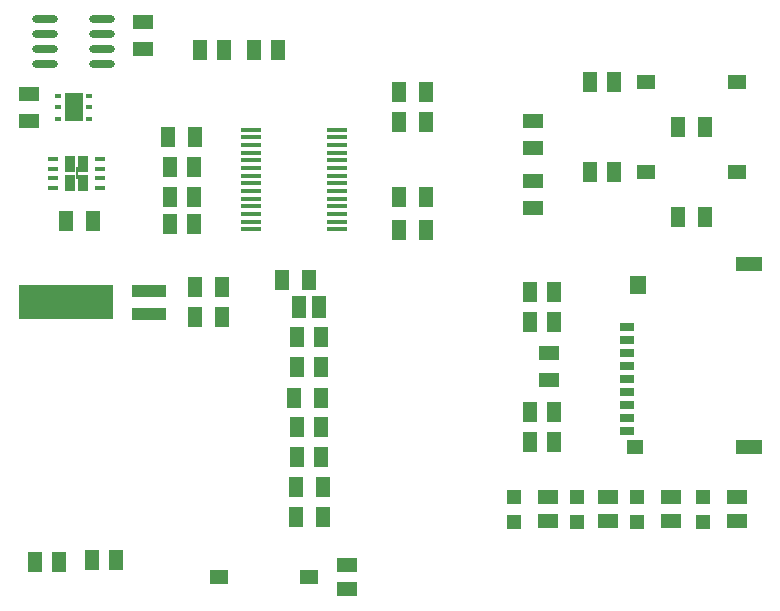
<source format=gtp>
G04 Layer_Color=8421504*
%FSLAX25Y25*%
%MOIN*%
G70*
G01*
G75*
%ADD10R,0.06500X0.05000*%
%ADD11R,0.05000X0.06500*%
%ADD12R,0.05906X0.09449*%
%ADD13R,0.02362X0.01575*%
%ADD14R,0.05906X0.04724*%
%ADD15O,0.08661X0.02362*%
%ADD16R,0.05512X0.06299*%
%ADD17R,0.08661X0.04724*%
%ADD18R,0.05512X0.04724*%
%ADD19R,0.05118X0.02756*%
%ADD20R,0.06890X0.01772*%
%ADD21R,0.04921X0.07284*%
%ADD22R,0.04724X0.04724*%
%ADD24R,0.03740X0.01378*%
%ADD25R,0.11811X0.03937*%
%ADD26R,0.31496X0.11811*%
%ADD48R,0.03504X0.05315*%
%ADD49R,0.00669X0.04213*%
D10*
X182500Y87000D02*
D03*
Y78000D02*
D03*
X177000Y164500D02*
D03*
Y155500D02*
D03*
Y135500D02*
D03*
Y144500D02*
D03*
X47000Y197500D02*
D03*
Y188500D02*
D03*
X9000Y164500D02*
D03*
Y173500D02*
D03*
X115000Y16500D02*
D03*
Y8500D02*
D03*
X245000Y39000D02*
D03*
Y31000D02*
D03*
X223000Y39000D02*
D03*
Y31000D02*
D03*
X202000Y39000D02*
D03*
Y31000D02*
D03*
X182000D02*
D03*
Y39000D02*
D03*
D11*
X56000Y149000D02*
D03*
X64000D02*
D03*
X56000Y139000D02*
D03*
X64000D02*
D03*
X107000Y42500D02*
D03*
X98000D02*
D03*
X106500Y72000D02*
D03*
X97500D02*
D03*
X176000Y107500D02*
D03*
X184000D02*
D03*
X132500Y128000D02*
D03*
X141500D02*
D03*
X132500Y139000D02*
D03*
X141500D02*
D03*
X132500Y164000D02*
D03*
X141500D02*
D03*
X132500Y174000D02*
D03*
X141500D02*
D03*
X176000Y97500D02*
D03*
X184000D02*
D03*
X176000Y67500D02*
D03*
X184000D02*
D03*
X176000Y57500D02*
D03*
X184000D02*
D03*
X64000Y130000D02*
D03*
X56000D02*
D03*
X64500Y159000D02*
D03*
X55500D02*
D03*
X98500Y52500D02*
D03*
X106500D02*
D03*
X98500Y62500D02*
D03*
X106500D02*
D03*
Y92500D02*
D03*
X98500D02*
D03*
X106500Y82500D02*
D03*
X98500D02*
D03*
X30000Y18000D02*
D03*
X38000D02*
D03*
X107000Y32500D02*
D03*
X98000D02*
D03*
X92000Y188000D02*
D03*
X84000D02*
D03*
X66000D02*
D03*
X74000D02*
D03*
X102474Y111637D02*
D03*
X93474D02*
D03*
X19000Y17500D02*
D03*
X11000D02*
D03*
X204000Y177500D02*
D03*
X196000D02*
D03*
X234500Y162500D02*
D03*
X225500D02*
D03*
X234500Y132500D02*
D03*
X225500D02*
D03*
X204000Y147500D02*
D03*
X196000D02*
D03*
X73500Y99000D02*
D03*
X64500D02*
D03*
X73500Y109000D02*
D03*
X64500D02*
D03*
X30500Y131000D02*
D03*
X21500D02*
D03*
D12*
X24000Y169000D02*
D03*
D13*
X18685Y165063D02*
D03*
Y169000D02*
D03*
Y172937D02*
D03*
X29315D02*
D03*
Y169000D02*
D03*
Y165063D02*
D03*
D14*
X72342Y12500D02*
D03*
X102657D02*
D03*
X245158Y177500D02*
D03*
X214843D02*
D03*
X245158Y147500D02*
D03*
X214843D02*
D03*
D15*
X14551Y198500D02*
D03*
Y193500D02*
D03*
Y188500D02*
D03*
Y183500D02*
D03*
X33449Y198500D02*
D03*
Y193500D02*
D03*
Y188500D02*
D03*
Y183500D02*
D03*
D16*
X212008Y109843D02*
D03*
D17*
X249016Y116929D02*
D03*
Y55905D02*
D03*
D18*
X211221D02*
D03*
D19*
X208661Y61024D02*
D03*
Y65354D02*
D03*
Y69685D02*
D03*
Y74016D02*
D03*
Y78347D02*
D03*
Y82677D02*
D03*
Y87008D02*
D03*
Y91339D02*
D03*
Y95669D02*
D03*
D20*
X111772Y128366D02*
D03*
Y130925D02*
D03*
Y133484D02*
D03*
Y136043D02*
D03*
Y138602D02*
D03*
Y141161D02*
D03*
Y143720D02*
D03*
Y146280D02*
D03*
Y148839D02*
D03*
Y151398D02*
D03*
Y153957D02*
D03*
Y156516D02*
D03*
Y159075D02*
D03*
Y161634D02*
D03*
X83228Y128366D02*
D03*
Y130925D02*
D03*
Y133484D02*
D03*
Y136043D02*
D03*
Y138602D02*
D03*
Y141161D02*
D03*
Y143720D02*
D03*
Y146280D02*
D03*
Y148839D02*
D03*
Y151398D02*
D03*
Y153957D02*
D03*
Y156516D02*
D03*
Y159075D02*
D03*
Y161634D02*
D03*
D21*
X99055Y102500D02*
D03*
X105945D02*
D03*
D22*
X233999Y30867D02*
D03*
Y39135D02*
D03*
X191999Y30867D02*
D03*
Y39135D02*
D03*
X211999Y30867D02*
D03*
Y39135D02*
D03*
X170999Y30867D02*
D03*
Y39135D02*
D03*
D24*
X17126Y151724D02*
D03*
Y148575D02*
D03*
Y145425D02*
D03*
Y142276D02*
D03*
X32874Y151724D02*
D03*
Y148575D02*
D03*
Y145425D02*
D03*
Y142276D02*
D03*
D25*
X49000Y107937D02*
D03*
Y100063D02*
D03*
D26*
X21441Y104000D02*
D03*
D48*
X22854Y150051D02*
D03*
Y143949D02*
D03*
X27146Y150051D02*
D03*
Y143949D02*
D03*
D49*
X25000Y147000D02*
D03*
M02*

</source>
